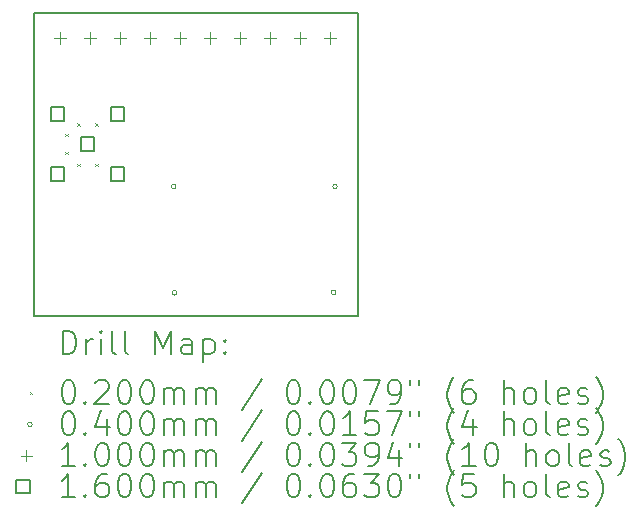
<source format=gbr>
%TF.GenerationSoftware,KiCad,Pcbnew,(6.0.10-0)*%
%TF.CreationDate,2023-02-01T12:15:06-08:00*%
%TF.ProjectId,DRF1268T,44524631-3236-4385-942e-6b696361645f,rev?*%
%TF.SameCoordinates,Original*%
%TF.FileFunction,Drillmap*%
%TF.FilePolarity,Positive*%
%FSLAX45Y45*%
G04 Gerber Fmt 4.5, Leading zero omitted, Abs format (unit mm)*
G04 Created by KiCad (PCBNEW (6.0.10-0)) date 2023-02-01 12:15:06*
%MOMM*%
%LPD*%
G01*
G04 APERTURE LIST*
%ADD10C,0.200000*%
%ADD11C,0.020000*%
%ADD12C,0.040000*%
%ADD13C,0.100000*%
%ADD14C,0.160000*%
G04 APERTURE END LIST*
D10*
X14274800Y-9626600D02*
X14274800Y-12192000D01*
X14274800Y-9626600D02*
X17018000Y-9626600D01*
X17018000Y-12192000D02*
X14274800Y-12192000D01*
X17018000Y-9626600D02*
X17018000Y-12192000D01*
D11*
X14544200Y-10645300D02*
X14564200Y-10665300D01*
X14564200Y-10645300D02*
X14544200Y-10665300D01*
X14544200Y-10797700D02*
X14564200Y-10817700D01*
X14564200Y-10797700D02*
X14544200Y-10817700D01*
X14645800Y-10556400D02*
X14665800Y-10576400D01*
X14665800Y-10556400D02*
X14645800Y-10576400D01*
X14645800Y-10899300D02*
X14665800Y-10919300D01*
X14665800Y-10899300D02*
X14645800Y-10919300D01*
X14798200Y-10556400D02*
X14818200Y-10576400D01*
X14818200Y-10556400D02*
X14798200Y-10576400D01*
X14798200Y-10899300D02*
X14818200Y-10919300D01*
X14818200Y-10899300D02*
X14798200Y-10919300D01*
D12*
X15480600Y-11091800D02*
G75*
G03*
X15480600Y-11091800I-20000J0D01*
G01*
X15488600Y-11991800D02*
G75*
G03*
X15488600Y-11991800I-20000J0D01*
G01*
X16834800Y-11988800D02*
G75*
G03*
X16834800Y-11988800I-20000J0D01*
G01*
X16847500Y-11091800D02*
G75*
G03*
X16847500Y-11091800I-20000J0D01*
G01*
D13*
X14500400Y-9782300D02*
X14500400Y-9882300D01*
X14450400Y-9832300D02*
X14550400Y-9832300D01*
X14754400Y-9782300D02*
X14754400Y-9882300D01*
X14704400Y-9832300D02*
X14804400Y-9832300D01*
X15008400Y-9782300D02*
X15008400Y-9882300D01*
X14958400Y-9832300D02*
X15058400Y-9832300D01*
X15262400Y-9782300D02*
X15262400Y-9882300D01*
X15212400Y-9832300D02*
X15312400Y-9832300D01*
X15516400Y-9782300D02*
X15516400Y-9882300D01*
X15466400Y-9832300D02*
X15566400Y-9832300D01*
X15770400Y-9782300D02*
X15770400Y-9882300D01*
X15720400Y-9832300D02*
X15820400Y-9832300D01*
X16024400Y-9782300D02*
X16024400Y-9882300D01*
X15974400Y-9832300D02*
X16074400Y-9832300D01*
X16278400Y-9782300D02*
X16278400Y-9882300D01*
X16228400Y-9832300D02*
X16328400Y-9832300D01*
X16532400Y-9782300D02*
X16532400Y-9882300D01*
X16482400Y-9832300D02*
X16582400Y-9832300D01*
X16786400Y-9782300D02*
X16786400Y-9882300D01*
X16736400Y-9832300D02*
X16836400Y-9832300D01*
D14*
X14534569Y-10534369D02*
X14534569Y-10421231D01*
X14421431Y-10421231D01*
X14421431Y-10534369D01*
X14534569Y-10534369D01*
X14534569Y-11042369D02*
X14534569Y-10929231D01*
X14421431Y-10929231D01*
X14421431Y-11042369D01*
X14534569Y-11042369D01*
X14788569Y-10788369D02*
X14788569Y-10675231D01*
X14675431Y-10675231D01*
X14675431Y-10788369D01*
X14788569Y-10788369D01*
X15042569Y-10534369D02*
X15042569Y-10421231D01*
X14929431Y-10421231D01*
X14929431Y-10534369D01*
X15042569Y-10534369D01*
X15042569Y-11042369D02*
X15042569Y-10929231D01*
X14929431Y-10929231D01*
X14929431Y-11042369D01*
X15042569Y-11042369D01*
D10*
X14522419Y-12512476D02*
X14522419Y-12312476D01*
X14570038Y-12312476D01*
X14598609Y-12322000D01*
X14617657Y-12341048D01*
X14627181Y-12360095D01*
X14636705Y-12398190D01*
X14636705Y-12426762D01*
X14627181Y-12464857D01*
X14617657Y-12483905D01*
X14598609Y-12502952D01*
X14570038Y-12512476D01*
X14522419Y-12512476D01*
X14722419Y-12512476D02*
X14722419Y-12379143D01*
X14722419Y-12417238D02*
X14731943Y-12398190D01*
X14741467Y-12388667D01*
X14760514Y-12379143D01*
X14779562Y-12379143D01*
X14846228Y-12512476D02*
X14846228Y-12379143D01*
X14846228Y-12312476D02*
X14836705Y-12322000D01*
X14846228Y-12331524D01*
X14855752Y-12322000D01*
X14846228Y-12312476D01*
X14846228Y-12331524D01*
X14970038Y-12512476D02*
X14950990Y-12502952D01*
X14941467Y-12483905D01*
X14941467Y-12312476D01*
X15074800Y-12512476D02*
X15055752Y-12502952D01*
X15046228Y-12483905D01*
X15046228Y-12312476D01*
X15303371Y-12512476D02*
X15303371Y-12312476D01*
X15370038Y-12455333D01*
X15436705Y-12312476D01*
X15436705Y-12512476D01*
X15617657Y-12512476D02*
X15617657Y-12407714D01*
X15608133Y-12388667D01*
X15589086Y-12379143D01*
X15550990Y-12379143D01*
X15531943Y-12388667D01*
X15617657Y-12502952D02*
X15598609Y-12512476D01*
X15550990Y-12512476D01*
X15531943Y-12502952D01*
X15522419Y-12483905D01*
X15522419Y-12464857D01*
X15531943Y-12445809D01*
X15550990Y-12436286D01*
X15598609Y-12436286D01*
X15617657Y-12426762D01*
X15712895Y-12379143D02*
X15712895Y-12579143D01*
X15712895Y-12388667D02*
X15731943Y-12379143D01*
X15770038Y-12379143D01*
X15789086Y-12388667D01*
X15798609Y-12398190D01*
X15808133Y-12417238D01*
X15808133Y-12474381D01*
X15798609Y-12493428D01*
X15789086Y-12502952D01*
X15770038Y-12512476D01*
X15731943Y-12512476D01*
X15712895Y-12502952D01*
X15893848Y-12493428D02*
X15903371Y-12502952D01*
X15893848Y-12512476D01*
X15884324Y-12502952D01*
X15893848Y-12493428D01*
X15893848Y-12512476D01*
X15893848Y-12388667D02*
X15903371Y-12398190D01*
X15893848Y-12407714D01*
X15884324Y-12398190D01*
X15893848Y-12388667D01*
X15893848Y-12407714D01*
D11*
X14244800Y-12832000D02*
X14264800Y-12852000D01*
X14264800Y-12832000D02*
X14244800Y-12852000D01*
D10*
X14560514Y-12732476D02*
X14579562Y-12732476D01*
X14598609Y-12742000D01*
X14608133Y-12751524D01*
X14617657Y-12770571D01*
X14627181Y-12808667D01*
X14627181Y-12856286D01*
X14617657Y-12894381D01*
X14608133Y-12913428D01*
X14598609Y-12922952D01*
X14579562Y-12932476D01*
X14560514Y-12932476D01*
X14541467Y-12922952D01*
X14531943Y-12913428D01*
X14522419Y-12894381D01*
X14512895Y-12856286D01*
X14512895Y-12808667D01*
X14522419Y-12770571D01*
X14531943Y-12751524D01*
X14541467Y-12742000D01*
X14560514Y-12732476D01*
X14712895Y-12913428D02*
X14722419Y-12922952D01*
X14712895Y-12932476D01*
X14703371Y-12922952D01*
X14712895Y-12913428D01*
X14712895Y-12932476D01*
X14798609Y-12751524D02*
X14808133Y-12742000D01*
X14827181Y-12732476D01*
X14874800Y-12732476D01*
X14893848Y-12742000D01*
X14903371Y-12751524D01*
X14912895Y-12770571D01*
X14912895Y-12789619D01*
X14903371Y-12818190D01*
X14789086Y-12932476D01*
X14912895Y-12932476D01*
X15036705Y-12732476D02*
X15055752Y-12732476D01*
X15074800Y-12742000D01*
X15084324Y-12751524D01*
X15093848Y-12770571D01*
X15103371Y-12808667D01*
X15103371Y-12856286D01*
X15093848Y-12894381D01*
X15084324Y-12913428D01*
X15074800Y-12922952D01*
X15055752Y-12932476D01*
X15036705Y-12932476D01*
X15017657Y-12922952D01*
X15008133Y-12913428D01*
X14998609Y-12894381D01*
X14989086Y-12856286D01*
X14989086Y-12808667D01*
X14998609Y-12770571D01*
X15008133Y-12751524D01*
X15017657Y-12742000D01*
X15036705Y-12732476D01*
X15227181Y-12732476D02*
X15246228Y-12732476D01*
X15265276Y-12742000D01*
X15274800Y-12751524D01*
X15284324Y-12770571D01*
X15293848Y-12808667D01*
X15293848Y-12856286D01*
X15284324Y-12894381D01*
X15274800Y-12913428D01*
X15265276Y-12922952D01*
X15246228Y-12932476D01*
X15227181Y-12932476D01*
X15208133Y-12922952D01*
X15198609Y-12913428D01*
X15189086Y-12894381D01*
X15179562Y-12856286D01*
X15179562Y-12808667D01*
X15189086Y-12770571D01*
X15198609Y-12751524D01*
X15208133Y-12742000D01*
X15227181Y-12732476D01*
X15379562Y-12932476D02*
X15379562Y-12799143D01*
X15379562Y-12818190D02*
X15389086Y-12808667D01*
X15408133Y-12799143D01*
X15436705Y-12799143D01*
X15455752Y-12808667D01*
X15465276Y-12827714D01*
X15465276Y-12932476D01*
X15465276Y-12827714D02*
X15474800Y-12808667D01*
X15493848Y-12799143D01*
X15522419Y-12799143D01*
X15541467Y-12808667D01*
X15550990Y-12827714D01*
X15550990Y-12932476D01*
X15646228Y-12932476D02*
X15646228Y-12799143D01*
X15646228Y-12818190D02*
X15655752Y-12808667D01*
X15674800Y-12799143D01*
X15703371Y-12799143D01*
X15722419Y-12808667D01*
X15731943Y-12827714D01*
X15731943Y-12932476D01*
X15731943Y-12827714D02*
X15741467Y-12808667D01*
X15760514Y-12799143D01*
X15789086Y-12799143D01*
X15808133Y-12808667D01*
X15817657Y-12827714D01*
X15817657Y-12932476D01*
X16208133Y-12722952D02*
X16036705Y-12980095D01*
X16465276Y-12732476D02*
X16484324Y-12732476D01*
X16503371Y-12742000D01*
X16512895Y-12751524D01*
X16522419Y-12770571D01*
X16531943Y-12808667D01*
X16531943Y-12856286D01*
X16522419Y-12894381D01*
X16512895Y-12913428D01*
X16503371Y-12922952D01*
X16484324Y-12932476D01*
X16465276Y-12932476D01*
X16446228Y-12922952D01*
X16436705Y-12913428D01*
X16427181Y-12894381D01*
X16417657Y-12856286D01*
X16417657Y-12808667D01*
X16427181Y-12770571D01*
X16436705Y-12751524D01*
X16446228Y-12742000D01*
X16465276Y-12732476D01*
X16617657Y-12913428D02*
X16627181Y-12922952D01*
X16617657Y-12932476D01*
X16608133Y-12922952D01*
X16617657Y-12913428D01*
X16617657Y-12932476D01*
X16750990Y-12732476D02*
X16770038Y-12732476D01*
X16789086Y-12742000D01*
X16798610Y-12751524D01*
X16808133Y-12770571D01*
X16817657Y-12808667D01*
X16817657Y-12856286D01*
X16808133Y-12894381D01*
X16798610Y-12913428D01*
X16789086Y-12922952D01*
X16770038Y-12932476D01*
X16750990Y-12932476D01*
X16731943Y-12922952D01*
X16722419Y-12913428D01*
X16712895Y-12894381D01*
X16703371Y-12856286D01*
X16703371Y-12808667D01*
X16712895Y-12770571D01*
X16722419Y-12751524D01*
X16731943Y-12742000D01*
X16750990Y-12732476D01*
X16941467Y-12732476D02*
X16960514Y-12732476D01*
X16979562Y-12742000D01*
X16989086Y-12751524D01*
X16998610Y-12770571D01*
X17008133Y-12808667D01*
X17008133Y-12856286D01*
X16998610Y-12894381D01*
X16989086Y-12913428D01*
X16979562Y-12922952D01*
X16960514Y-12932476D01*
X16941467Y-12932476D01*
X16922419Y-12922952D01*
X16912895Y-12913428D01*
X16903371Y-12894381D01*
X16893848Y-12856286D01*
X16893848Y-12808667D01*
X16903371Y-12770571D01*
X16912895Y-12751524D01*
X16922419Y-12742000D01*
X16941467Y-12732476D01*
X17074800Y-12732476D02*
X17208133Y-12732476D01*
X17122419Y-12932476D01*
X17293848Y-12932476D02*
X17331943Y-12932476D01*
X17350990Y-12922952D01*
X17360514Y-12913428D01*
X17379562Y-12884857D01*
X17389086Y-12846762D01*
X17389086Y-12770571D01*
X17379562Y-12751524D01*
X17370038Y-12742000D01*
X17350990Y-12732476D01*
X17312895Y-12732476D01*
X17293848Y-12742000D01*
X17284324Y-12751524D01*
X17274800Y-12770571D01*
X17274800Y-12818190D01*
X17284324Y-12837238D01*
X17293848Y-12846762D01*
X17312895Y-12856286D01*
X17350990Y-12856286D01*
X17370038Y-12846762D01*
X17379562Y-12837238D01*
X17389086Y-12818190D01*
X17465276Y-12732476D02*
X17465276Y-12770571D01*
X17541467Y-12732476D02*
X17541467Y-12770571D01*
X17836705Y-13008667D02*
X17827181Y-12999143D01*
X17808133Y-12970571D01*
X17798610Y-12951524D01*
X17789086Y-12922952D01*
X17779562Y-12875333D01*
X17779562Y-12837238D01*
X17789086Y-12789619D01*
X17798610Y-12761048D01*
X17808133Y-12742000D01*
X17827181Y-12713428D01*
X17836705Y-12703905D01*
X17998610Y-12732476D02*
X17960514Y-12732476D01*
X17941467Y-12742000D01*
X17931943Y-12751524D01*
X17912895Y-12780095D01*
X17903371Y-12818190D01*
X17903371Y-12894381D01*
X17912895Y-12913428D01*
X17922419Y-12922952D01*
X17941467Y-12932476D01*
X17979562Y-12932476D01*
X17998610Y-12922952D01*
X18008133Y-12913428D01*
X18017657Y-12894381D01*
X18017657Y-12846762D01*
X18008133Y-12827714D01*
X17998610Y-12818190D01*
X17979562Y-12808667D01*
X17941467Y-12808667D01*
X17922419Y-12818190D01*
X17912895Y-12827714D01*
X17903371Y-12846762D01*
X18255752Y-12932476D02*
X18255752Y-12732476D01*
X18341467Y-12932476D02*
X18341467Y-12827714D01*
X18331943Y-12808667D01*
X18312895Y-12799143D01*
X18284324Y-12799143D01*
X18265276Y-12808667D01*
X18255752Y-12818190D01*
X18465276Y-12932476D02*
X18446229Y-12922952D01*
X18436705Y-12913428D01*
X18427181Y-12894381D01*
X18427181Y-12837238D01*
X18436705Y-12818190D01*
X18446229Y-12808667D01*
X18465276Y-12799143D01*
X18493848Y-12799143D01*
X18512895Y-12808667D01*
X18522419Y-12818190D01*
X18531943Y-12837238D01*
X18531943Y-12894381D01*
X18522419Y-12913428D01*
X18512895Y-12922952D01*
X18493848Y-12932476D01*
X18465276Y-12932476D01*
X18646229Y-12932476D02*
X18627181Y-12922952D01*
X18617657Y-12903905D01*
X18617657Y-12732476D01*
X18798610Y-12922952D02*
X18779562Y-12932476D01*
X18741467Y-12932476D01*
X18722419Y-12922952D01*
X18712895Y-12903905D01*
X18712895Y-12827714D01*
X18722419Y-12808667D01*
X18741467Y-12799143D01*
X18779562Y-12799143D01*
X18798610Y-12808667D01*
X18808133Y-12827714D01*
X18808133Y-12846762D01*
X18712895Y-12865809D01*
X18884324Y-12922952D02*
X18903371Y-12932476D01*
X18941467Y-12932476D01*
X18960514Y-12922952D01*
X18970038Y-12903905D01*
X18970038Y-12894381D01*
X18960514Y-12875333D01*
X18941467Y-12865809D01*
X18912895Y-12865809D01*
X18893848Y-12856286D01*
X18884324Y-12837238D01*
X18884324Y-12827714D01*
X18893848Y-12808667D01*
X18912895Y-12799143D01*
X18941467Y-12799143D01*
X18960514Y-12808667D01*
X19036705Y-13008667D02*
X19046229Y-12999143D01*
X19065276Y-12970571D01*
X19074800Y-12951524D01*
X19084324Y-12922952D01*
X19093848Y-12875333D01*
X19093848Y-12837238D01*
X19084324Y-12789619D01*
X19074800Y-12761048D01*
X19065276Y-12742000D01*
X19046229Y-12713428D01*
X19036705Y-12703905D01*
D12*
X14264800Y-13106000D02*
G75*
G03*
X14264800Y-13106000I-20000J0D01*
G01*
D10*
X14560514Y-12996476D02*
X14579562Y-12996476D01*
X14598609Y-13006000D01*
X14608133Y-13015524D01*
X14617657Y-13034571D01*
X14627181Y-13072667D01*
X14627181Y-13120286D01*
X14617657Y-13158381D01*
X14608133Y-13177428D01*
X14598609Y-13186952D01*
X14579562Y-13196476D01*
X14560514Y-13196476D01*
X14541467Y-13186952D01*
X14531943Y-13177428D01*
X14522419Y-13158381D01*
X14512895Y-13120286D01*
X14512895Y-13072667D01*
X14522419Y-13034571D01*
X14531943Y-13015524D01*
X14541467Y-13006000D01*
X14560514Y-12996476D01*
X14712895Y-13177428D02*
X14722419Y-13186952D01*
X14712895Y-13196476D01*
X14703371Y-13186952D01*
X14712895Y-13177428D01*
X14712895Y-13196476D01*
X14893848Y-13063143D02*
X14893848Y-13196476D01*
X14846228Y-12986952D02*
X14798609Y-13129809D01*
X14922419Y-13129809D01*
X15036705Y-12996476D02*
X15055752Y-12996476D01*
X15074800Y-13006000D01*
X15084324Y-13015524D01*
X15093848Y-13034571D01*
X15103371Y-13072667D01*
X15103371Y-13120286D01*
X15093848Y-13158381D01*
X15084324Y-13177428D01*
X15074800Y-13186952D01*
X15055752Y-13196476D01*
X15036705Y-13196476D01*
X15017657Y-13186952D01*
X15008133Y-13177428D01*
X14998609Y-13158381D01*
X14989086Y-13120286D01*
X14989086Y-13072667D01*
X14998609Y-13034571D01*
X15008133Y-13015524D01*
X15017657Y-13006000D01*
X15036705Y-12996476D01*
X15227181Y-12996476D02*
X15246228Y-12996476D01*
X15265276Y-13006000D01*
X15274800Y-13015524D01*
X15284324Y-13034571D01*
X15293848Y-13072667D01*
X15293848Y-13120286D01*
X15284324Y-13158381D01*
X15274800Y-13177428D01*
X15265276Y-13186952D01*
X15246228Y-13196476D01*
X15227181Y-13196476D01*
X15208133Y-13186952D01*
X15198609Y-13177428D01*
X15189086Y-13158381D01*
X15179562Y-13120286D01*
X15179562Y-13072667D01*
X15189086Y-13034571D01*
X15198609Y-13015524D01*
X15208133Y-13006000D01*
X15227181Y-12996476D01*
X15379562Y-13196476D02*
X15379562Y-13063143D01*
X15379562Y-13082190D02*
X15389086Y-13072667D01*
X15408133Y-13063143D01*
X15436705Y-13063143D01*
X15455752Y-13072667D01*
X15465276Y-13091714D01*
X15465276Y-13196476D01*
X15465276Y-13091714D02*
X15474800Y-13072667D01*
X15493848Y-13063143D01*
X15522419Y-13063143D01*
X15541467Y-13072667D01*
X15550990Y-13091714D01*
X15550990Y-13196476D01*
X15646228Y-13196476D02*
X15646228Y-13063143D01*
X15646228Y-13082190D02*
X15655752Y-13072667D01*
X15674800Y-13063143D01*
X15703371Y-13063143D01*
X15722419Y-13072667D01*
X15731943Y-13091714D01*
X15731943Y-13196476D01*
X15731943Y-13091714D02*
X15741467Y-13072667D01*
X15760514Y-13063143D01*
X15789086Y-13063143D01*
X15808133Y-13072667D01*
X15817657Y-13091714D01*
X15817657Y-13196476D01*
X16208133Y-12986952D02*
X16036705Y-13244095D01*
X16465276Y-12996476D02*
X16484324Y-12996476D01*
X16503371Y-13006000D01*
X16512895Y-13015524D01*
X16522419Y-13034571D01*
X16531943Y-13072667D01*
X16531943Y-13120286D01*
X16522419Y-13158381D01*
X16512895Y-13177428D01*
X16503371Y-13186952D01*
X16484324Y-13196476D01*
X16465276Y-13196476D01*
X16446228Y-13186952D01*
X16436705Y-13177428D01*
X16427181Y-13158381D01*
X16417657Y-13120286D01*
X16417657Y-13072667D01*
X16427181Y-13034571D01*
X16436705Y-13015524D01*
X16446228Y-13006000D01*
X16465276Y-12996476D01*
X16617657Y-13177428D02*
X16627181Y-13186952D01*
X16617657Y-13196476D01*
X16608133Y-13186952D01*
X16617657Y-13177428D01*
X16617657Y-13196476D01*
X16750990Y-12996476D02*
X16770038Y-12996476D01*
X16789086Y-13006000D01*
X16798610Y-13015524D01*
X16808133Y-13034571D01*
X16817657Y-13072667D01*
X16817657Y-13120286D01*
X16808133Y-13158381D01*
X16798610Y-13177428D01*
X16789086Y-13186952D01*
X16770038Y-13196476D01*
X16750990Y-13196476D01*
X16731943Y-13186952D01*
X16722419Y-13177428D01*
X16712895Y-13158381D01*
X16703371Y-13120286D01*
X16703371Y-13072667D01*
X16712895Y-13034571D01*
X16722419Y-13015524D01*
X16731943Y-13006000D01*
X16750990Y-12996476D01*
X17008133Y-13196476D02*
X16893848Y-13196476D01*
X16950990Y-13196476D02*
X16950990Y-12996476D01*
X16931943Y-13025048D01*
X16912895Y-13044095D01*
X16893848Y-13053619D01*
X17189086Y-12996476D02*
X17093848Y-12996476D01*
X17084324Y-13091714D01*
X17093848Y-13082190D01*
X17112895Y-13072667D01*
X17160514Y-13072667D01*
X17179562Y-13082190D01*
X17189086Y-13091714D01*
X17198610Y-13110762D01*
X17198610Y-13158381D01*
X17189086Y-13177428D01*
X17179562Y-13186952D01*
X17160514Y-13196476D01*
X17112895Y-13196476D01*
X17093848Y-13186952D01*
X17084324Y-13177428D01*
X17265276Y-12996476D02*
X17398610Y-12996476D01*
X17312895Y-13196476D01*
X17465276Y-12996476D02*
X17465276Y-13034571D01*
X17541467Y-12996476D02*
X17541467Y-13034571D01*
X17836705Y-13272667D02*
X17827181Y-13263143D01*
X17808133Y-13234571D01*
X17798610Y-13215524D01*
X17789086Y-13186952D01*
X17779562Y-13139333D01*
X17779562Y-13101238D01*
X17789086Y-13053619D01*
X17798610Y-13025048D01*
X17808133Y-13006000D01*
X17827181Y-12977428D01*
X17836705Y-12967905D01*
X17998610Y-13063143D02*
X17998610Y-13196476D01*
X17950990Y-12986952D02*
X17903371Y-13129809D01*
X18027181Y-13129809D01*
X18255752Y-13196476D02*
X18255752Y-12996476D01*
X18341467Y-13196476D02*
X18341467Y-13091714D01*
X18331943Y-13072667D01*
X18312895Y-13063143D01*
X18284324Y-13063143D01*
X18265276Y-13072667D01*
X18255752Y-13082190D01*
X18465276Y-13196476D02*
X18446229Y-13186952D01*
X18436705Y-13177428D01*
X18427181Y-13158381D01*
X18427181Y-13101238D01*
X18436705Y-13082190D01*
X18446229Y-13072667D01*
X18465276Y-13063143D01*
X18493848Y-13063143D01*
X18512895Y-13072667D01*
X18522419Y-13082190D01*
X18531943Y-13101238D01*
X18531943Y-13158381D01*
X18522419Y-13177428D01*
X18512895Y-13186952D01*
X18493848Y-13196476D01*
X18465276Y-13196476D01*
X18646229Y-13196476D02*
X18627181Y-13186952D01*
X18617657Y-13167905D01*
X18617657Y-12996476D01*
X18798610Y-13186952D02*
X18779562Y-13196476D01*
X18741467Y-13196476D01*
X18722419Y-13186952D01*
X18712895Y-13167905D01*
X18712895Y-13091714D01*
X18722419Y-13072667D01*
X18741467Y-13063143D01*
X18779562Y-13063143D01*
X18798610Y-13072667D01*
X18808133Y-13091714D01*
X18808133Y-13110762D01*
X18712895Y-13129809D01*
X18884324Y-13186952D02*
X18903371Y-13196476D01*
X18941467Y-13196476D01*
X18960514Y-13186952D01*
X18970038Y-13167905D01*
X18970038Y-13158381D01*
X18960514Y-13139333D01*
X18941467Y-13129809D01*
X18912895Y-13129809D01*
X18893848Y-13120286D01*
X18884324Y-13101238D01*
X18884324Y-13091714D01*
X18893848Y-13072667D01*
X18912895Y-13063143D01*
X18941467Y-13063143D01*
X18960514Y-13072667D01*
X19036705Y-13272667D02*
X19046229Y-13263143D01*
X19065276Y-13234571D01*
X19074800Y-13215524D01*
X19084324Y-13186952D01*
X19093848Y-13139333D01*
X19093848Y-13101238D01*
X19084324Y-13053619D01*
X19074800Y-13025048D01*
X19065276Y-13006000D01*
X19046229Y-12977428D01*
X19036705Y-12967905D01*
D13*
X14214800Y-13320000D02*
X14214800Y-13420000D01*
X14164800Y-13370000D02*
X14264800Y-13370000D01*
D10*
X14627181Y-13460476D02*
X14512895Y-13460476D01*
X14570038Y-13460476D02*
X14570038Y-13260476D01*
X14550990Y-13289048D01*
X14531943Y-13308095D01*
X14512895Y-13317619D01*
X14712895Y-13441428D02*
X14722419Y-13450952D01*
X14712895Y-13460476D01*
X14703371Y-13450952D01*
X14712895Y-13441428D01*
X14712895Y-13460476D01*
X14846228Y-13260476D02*
X14865276Y-13260476D01*
X14884324Y-13270000D01*
X14893848Y-13279524D01*
X14903371Y-13298571D01*
X14912895Y-13336667D01*
X14912895Y-13384286D01*
X14903371Y-13422381D01*
X14893848Y-13441428D01*
X14884324Y-13450952D01*
X14865276Y-13460476D01*
X14846228Y-13460476D01*
X14827181Y-13450952D01*
X14817657Y-13441428D01*
X14808133Y-13422381D01*
X14798609Y-13384286D01*
X14798609Y-13336667D01*
X14808133Y-13298571D01*
X14817657Y-13279524D01*
X14827181Y-13270000D01*
X14846228Y-13260476D01*
X15036705Y-13260476D02*
X15055752Y-13260476D01*
X15074800Y-13270000D01*
X15084324Y-13279524D01*
X15093848Y-13298571D01*
X15103371Y-13336667D01*
X15103371Y-13384286D01*
X15093848Y-13422381D01*
X15084324Y-13441428D01*
X15074800Y-13450952D01*
X15055752Y-13460476D01*
X15036705Y-13460476D01*
X15017657Y-13450952D01*
X15008133Y-13441428D01*
X14998609Y-13422381D01*
X14989086Y-13384286D01*
X14989086Y-13336667D01*
X14998609Y-13298571D01*
X15008133Y-13279524D01*
X15017657Y-13270000D01*
X15036705Y-13260476D01*
X15227181Y-13260476D02*
X15246228Y-13260476D01*
X15265276Y-13270000D01*
X15274800Y-13279524D01*
X15284324Y-13298571D01*
X15293848Y-13336667D01*
X15293848Y-13384286D01*
X15284324Y-13422381D01*
X15274800Y-13441428D01*
X15265276Y-13450952D01*
X15246228Y-13460476D01*
X15227181Y-13460476D01*
X15208133Y-13450952D01*
X15198609Y-13441428D01*
X15189086Y-13422381D01*
X15179562Y-13384286D01*
X15179562Y-13336667D01*
X15189086Y-13298571D01*
X15198609Y-13279524D01*
X15208133Y-13270000D01*
X15227181Y-13260476D01*
X15379562Y-13460476D02*
X15379562Y-13327143D01*
X15379562Y-13346190D02*
X15389086Y-13336667D01*
X15408133Y-13327143D01*
X15436705Y-13327143D01*
X15455752Y-13336667D01*
X15465276Y-13355714D01*
X15465276Y-13460476D01*
X15465276Y-13355714D02*
X15474800Y-13336667D01*
X15493848Y-13327143D01*
X15522419Y-13327143D01*
X15541467Y-13336667D01*
X15550990Y-13355714D01*
X15550990Y-13460476D01*
X15646228Y-13460476D02*
X15646228Y-13327143D01*
X15646228Y-13346190D02*
X15655752Y-13336667D01*
X15674800Y-13327143D01*
X15703371Y-13327143D01*
X15722419Y-13336667D01*
X15731943Y-13355714D01*
X15731943Y-13460476D01*
X15731943Y-13355714D02*
X15741467Y-13336667D01*
X15760514Y-13327143D01*
X15789086Y-13327143D01*
X15808133Y-13336667D01*
X15817657Y-13355714D01*
X15817657Y-13460476D01*
X16208133Y-13250952D02*
X16036705Y-13508095D01*
X16465276Y-13260476D02*
X16484324Y-13260476D01*
X16503371Y-13270000D01*
X16512895Y-13279524D01*
X16522419Y-13298571D01*
X16531943Y-13336667D01*
X16531943Y-13384286D01*
X16522419Y-13422381D01*
X16512895Y-13441428D01*
X16503371Y-13450952D01*
X16484324Y-13460476D01*
X16465276Y-13460476D01*
X16446228Y-13450952D01*
X16436705Y-13441428D01*
X16427181Y-13422381D01*
X16417657Y-13384286D01*
X16417657Y-13336667D01*
X16427181Y-13298571D01*
X16436705Y-13279524D01*
X16446228Y-13270000D01*
X16465276Y-13260476D01*
X16617657Y-13441428D02*
X16627181Y-13450952D01*
X16617657Y-13460476D01*
X16608133Y-13450952D01*
X16617657Y-13441428D01*
X16617657Y-13460476D01*
X16750990Y-13260476D02*
X16770038Y-13260476D01*
X16789086Y-13270000D01*
X16798610Y-13279524D01*
X16808133Y-13298571D01*
X16817657Y-13336667D01*
X16817657Y-13384286D01*
X16808133Y-13422381D01*
X16798610Y-13441428D01*
X16789086Y-13450952D01*
X16770038Y-13460476D01*
X16750990Y-13460476D01*
X16731943Y-13450952D01*
X16722419Y-13441428D01*
X16712895Y-13422381D01*
X16703371Y-13384286D01*
X16703371Y-13336667D01*
X16712895Y-13298571D01*
X16722419Y-13279524D01*
X16731943Y-13270000D01*
X16750990Y-13260476D01*
X16884324Y-13260476D02*
X17008133Y-13260476D01*
X16941467Y-13336667D01*
X16970038Y-13336667D01*
X16989086Y-13346190D01*
X16998610Y-13355714D01*
X17008133Y-13374762D01*
X17008133Y-13422381D01*
X16998610Y-13441428D01*
X16989086Y-13450952D01*
X16970038Y-13460476D01*
X16912895Y-13460476D01*
X16893848Y-13450952D01*
X16884324Y-13441428D01*
X17103371Y-13460476D02*
X17141467Y-13460476D01*
X17160514Y-13450952D01*
X17170038Y-13441428D01*
X17189086Y-13412857D01*
X17198610Y-13374762D01*
X17198610Y-13298571D01*
X17189086Y-13279524D01*
X17179562Y-13270000D01*
X17160514Y-13260476D01*
X17122419Y-13260476D01*
X17103371Y-13270000D01*
X17093848Y-13279524D01*
X17084324Y-13298571D01*
X17084324Y-13346190D01*
X17093848Y-13365238D01*
X17103371Y-13374762D01*
X17122419Y-13384286D01*
X17160514Y-13384286D01*
X17179562Y-13374762D01*
X17189086Y-13365238D01*
X17198610Y-13346190D01*
X17370038Y-13327143D02*
X17370038Y-13460476D01*
X17322419Y-13250952D02*
X17274800Y-13393809D01*
X17398610Y-13393809D01*
X17465276Y-13260476D02*
X17465276Y-13298571D01*
X17541467Y-13260476D02*
X17541467Y-13298571D01*
X17836705Y-13536667D02*
X17827181Y-13527143D01*
X17808133Y-13498571D01*
X17798610Y-13479524D01*
X17789086Y-13450952D01*
X17779562Y-13403333D01*
X17779562Y-13365238D01*
X17789086Y-13317619D01*
X17798610Y-13289048D01*
X17808133Y-13270000D01*
X17827181Y-13241428D01*
X17836705Y-13231905D01*
X18017657Y-13460476D02*
X17903371Y-13460476D01*
X17960514Y-13460476D02*
X17960514Y-13260476D01*
X17941467Y-13289048D01*
X17922419Y-13308095D01*
X17903371Y-13317619D01*
X18141467Y-13260476D02*
X18160514Y-13260476D01*
X18179562Y-13270000D01*
X18189086Y-13279524D01*
X18198610Y-13298571D01*
X18208133Y-13336667D01*
X18208133Y-13384286D01*
X18198610Y-13422381D01*
X18189086Y-13441428D01*
X18179562Y-13450952D01*
X18160514Y-13460476D01*
X18141467Y-13460476D01*
X18122419Y-13450952D01*
X18112895Y-13441428D01*
X18103371Y-13422381D01*
X18093848Y-13384286D01*
X18093848Y-13336667D01*
X18103371Y-13298571D01*
X18112895Y-13279524D01*
X18122419Y-13270000D01*
X18141467Y-13260476D01*
X18446229Y-13460476D02*
X18446229Y-13260476D01*
X18531943Y-13460476D02*
X18531943Y-13355714D01*
X18522419Y-13336667D01*
X18503371Y-13327143D01*
X18474800Y-13327143D01*
X18455752Y-13336667D01*
X18446229Y-13346190D01*
X18655752Y-13460476D02*
X18636705Y-13450952D01*
X18627181Y-13441428D01*
X18617657Y-13422381D01*
X18617657Y-13365238D01*
X18627181Y-13346190D01*
X18636705Y-13336667D01*
X18655752Y-13327143D01*
X18684324Y-13327143D01*
X18703371Y-13336667D01*
X18712895Y-13346190D01*
X18722419Y-13365238D01*
X18722419Y-13422381D01*
X18712895Y-13441428D01*
X18703371Y-13450952D01*
X18684324Y-13460476D01*
X18655752Y-13460476D01*
X18836705Y-13460476D02*
X18817657Y-13450952D01*
X18808133Y-13431905D01*
X18808133Y-13260476D01*
X18989086Y-13450952D02*
X18970038Y-13460476D01*
X18931943Y-13460476D01*
X18912895Y-13450952D01*
X18903371Y-13431905D01*
X18903371Y-13355714D01*
X18912895Y-13336667D01*
X18931943Y-13327143D01*
X18970038Y-13327143D01*
X18989086Y-13336667D01*
X18998610Y-13355714D01*
X18998610Y-13374762D01*
X18903371Y-13393809D01*
X19074800Y-13450952D02*
X19093848Y-13460476D01*
X19131943Y-13460476D01*
X19150990Y-13450952D01*
X19160514Y-13431905D01*
X19160514Y-13422381D01*
X19150990Y-13403333D01*
X19131943Y-13393809D01*
X19103371Y-13393809D01*
X19084324Y-13384286D01*
X19074800Y-13365238D01*
X19074800Y-13355714D01*
X19084324Y-13336667D01*
X19103371Y-13327143D01*
X19131943Y-13327143D01*
X19150990Y-13336667D01*
X19227181Y-13536667D02*
X19236705Y-13527143D01*
X19255752Y-13498571D01*
X19265276Y-13479524D01*
X19274800Y-13450952D01*
X19284324Y-13403333D01*
X19284324Y-13365238D01*
X19274800Y-13317619D01*
X19265276Y-13289048D01*
X19255752Y-13270000D01*
X19236705Y-13241428D01*
X19227181Y-13231905D01*
D14*
X14241369Y-13690569D02*
X14241369Y-13577431D01*
X14128231Y-13577431D01*
X14128231Y-13690569D01*
X14241369Y-13690569D01*
D10*
X14627181Y-13724476D02*
X14512895Y-13724476D01*
X14570038Y-13724476D02*
X14570038Y-13524476D01*
X14550990Y-13553048D01*
X14531943Y-13572095D01*
X14512895Y-13581619D01*
X14712895Y-13705428D02*
X14722419Y-13714952D01*
X14712895Y-13724476D01*
X14703371Y-13714952D01*
X14712895Y-13705428D01*
X14712895Y-13724476D01*
X14893848Y-13524476D02*
X14855752Y-13524476D01*
X14836705Y-13534000D01*
X14827181Y-13543524D01*
X14808133Y-13572095D01*
X14798609Y-13610190D01*
X14798609Y-13686381D01*
X14808133Y-13705428D01*
X14817657Y-13714952D01*
X14836705Y-13724476D01*
X14874800Y-13724476D01*
X14893848Y-13714952D01*
X14903371Y-13705428D01*
X14912895Y-13686381D01*
X14912895Y-13638762D01*
X14903371Y-13619714D01*
X14893848Y-13610190D01*
X14874800Y-13600667D01*
X14836705Y-13600667D01*
X14817657Y-13610190D01*
X14808133Y-13619714D01*
X14798609Y-13638762D01*
X15036705Y-13524476D02*
X15055752Y-13524476D01*
X15074800Y-13534000D01*
X15084324Y-13543524D01*
X15093848Y-13562571D01*
X15103371Y-13600667D01*
X15103371Y-13648286D01*
X15093848Y-13686381D01*
X15084324Y-13705428D01*
X15074800Y-13714952D01*
X15055752Y-13724476D01*
X15036705Y-13724476D01*
X15017657Y-13714952D01*
X15008133Y-13705428D01*
X14998609Y-13686381D01*
X14989086Y-13648286D01*
X14989086Y-13600667D01*
X14998609Y-13562571D01*
X15008133Y-13543524D01*
X15017657Y-13534000D01*
X15036705Y-13524476D01*
X15227181Y-13524476D02*
X15246228Y-13524476D01*
X15265276Y-13534000D01*
X15274800Y-13543524D01*
X15284324Y-13562571D01*
X15293848Y-13600667D01*
X15293848Y-13648286D01*
X15284324Y-13686381D01*
X15274800Y-13705428D01*
X15265276Y-13714952D01*
X15246228Y-13724476D01*
X15227181Y-13724476D01*
X15208133Y-13714952D01*
X15198609Y-13705428D01*
X15189086Y-13686381D01*
X15179562Y-13648286D01*
X15179562Y-13600667D01*
X15189086Y-13562571D01*
X15198609Y-13543524D01*
X15208133Y-13534000D01*
X15227181Y-13524476D01*
X15379562Y-13724476D02*
X15379562Y-13591143D01*
X15379562Y-13610190D02*
X15389086Y-13600667D01*
X15408133Y-13591143D01*
X15436705Y-13591143D01*
X15455752Y-13600667D01*
X15465276Y-13619714D01*
X15465276Y-13724476D01*
X15465276Y-13619714D02*
X15474800Y-13600667D01*
X15493848Y-13591143D01*
X15522419Y-13591143D01*
X15541467Y-13600667D01*
X15550990Y-13619714D01*
X15550990Y-13724476D01*
X15646228Y-13724476D02*
X15646228Y-13591143D01*
X15646228Y-13610190D02*
X15655752Y-13600667D01*
X15674800Y-13591143D01*
X15703371Y-13591143D01*
X15722419Y-13600667D01*
X15731943Y-13619714D01*
X15731943Y-13724476D01*
X15731943Y-13619714D02*
X15741467Y-13600667D01*
X15760514Y-13591143D01*
X15789086Y-13591143D01*
X15808133Y-13600667D01*
X15817657Y-13619714D01*
X15817657Y-13724476D01*
X16208133Y-13514952D02*
X16036705Y-13772095D01*
X16465276Y-13524476D02*
X16484324Y-13524476D01*
X16503371Y-13534000D01*
X16512895Y-13543524D01*
X16522419Y-13562571D01*
X16531943Y-13600667D01*
X16531943Y-13648286D01*
X16522419Y-13686381D01*
X16512895Y-13705428D01*
X16503371Y-13714952D01*
X16484324Y-13724476D01*
X16465276Y-13724476D01*
X16446228Y-13714952D01*
X16436705Y-13705428D01*
X16427181Y-13686381D01*
X16417657Y-13648286D01*
X16417657Y-13600667D01*
X16427181Y-13562571D01*
X16436705Y-13543524D01*
X16446228Y-13534000D01*
X16465276Y-13524476D01*
X16617657Y-13705428D02*
X16627181Y-13714952D01*
X16617657Y-13724476D01*
X16608133Y-13714952D01*
X16617657Y-13705428D01*
X16617657Y-13724476D01*
X16750990Y-13524476D02*
X16770038Y-13524476D01*
X16789086Y-13534000D01*
X16798610Y-13543524D01*
X16808133Y-13562571D01*
X16817657Y-13600667D01*
X16817657Y-13648286D01*
X16808133Y-13686381D01*
X16798610Y-13705428D01*
X16789086Y-13714952D01*
X16770038Y-13724476D01*
X16750990Y-13724476D01*
X16731943Y-13714952D01*
X16722419Y-13705428D01*
X16712895Y-13686381D01*
X16703371Y-13648286D01*
X16703371Y-13600667D01*
X16712895Y-13562571D01*
X16722419Y-13543524D01*
X16731943Y-13534000D01*
X16750990Y-13524476D01*
X16989086Y-13524476D02*
X16950990Y-13524476D01*
X16931943Y-13534000D01*
X16922419Y-13543524D01*
X16903371Y-13572095D01*
X16893848Y-13610190D01*
X16893848Y-13686381D01*
X16903371Y-13705428D01*
X16912895Y-13714952D01*
X16931943Y-13724476D01*
X16970038Y-13724476D01*
X16989086Y-13714952D01*
X16998610Y-13705428D01*
X17008133Y-13686381D01*
X17008133Y-13638762D01*
X16998610Y-13619714D01*
X16989086Y-13610190D01*
X16970038Y-13600667D01*
X16931943Y-13600667D01*
X16912895Y-13610190D01*
X16903371Y-13619714D01*
X16893848Y-13638762D01*
X17074800Y-13524476D02*
X17198610Y-13524476D01*
X17131943Y-13600667D01*
X17160514Y-13600667D01*
X17179562Y-13610190D01*
X17189086Y-13619714D01*
X17198610Y-13638762D01*
X17198610Y-13686381D01*
X17189086Y-13705428D01*
X17179562Y-13714952D01*
X17160514Y-13724476D01*
X17103371Y-13724476D01*
X17084324Y-13714952D01*
X17074800Y-13705428D01*
X17322419Y-13524476D02*
X17341467Y-13524476D01*
X17360514Y-13534000D01*
X17370038Y-13543524D01*
X17379562Y-13562571D01*
X17389086Y-13600667D01*
X17389086Y-13648286D01*
X17379562Y-13686381D01*
X17370038Y-13705428D01*
X17360514Y-13714952D01*
X17341467Y-13724476D01*
X17322419Y-13724476D01*
X17303371Y-13714952D01*
X17293848Y-13705428D01*
X17284324Y-13686381D01*
X17274800Y-13648286D01*
X17274800Y-13600667D01*
X17284324Y-13562571D01*
X17293848Y-13543524D01*
X17303371Y-13534000D01*
X17322419Y-13524476D01*
X17465276Y-13524476D02*
X17465276Y-13562571D01*
X17541467Y-13524476D02*
X17541467Y-13562571D01*
X17836705Y-13800667D02*
X17827181Y-13791143D01*
X17808133Y-13762571D01*
X17798610Y-13743524D01*
X17789086Y-13714952D01*
X17779562Y-13667333D01*
X17779562Y-13629238D01*
X17789086Y-13581619D01*
X17798610Y-13553048D01*
X17808133Y-13534000D01*
X17827181Y-13505428D01*
X17836705Y-13495905D01*
X18008133Y-13524476D02*
X17912895Y-13524476D01*
X17903371Y-13619714D01*
X17912895Y-13610190D01*
X17931943Y-13600667D01*
X17979562Y-13600667D01*
X17998610Y-13610190D01*
X18008133Y-13619714D01*
X18017657Y-13638762D01*
X18017657Y-13686381D01*
X18008133Y-13705428D01*
X17998610Y-13714952D01*
X17979562Y-13724476D01*
X17931943Y-13724476D01*
X17912895Y-13714952D01*
X17903371Y-13705428D01*
X18255752Y-13724476D02*
X18255752Y-13524476D01*
X18341467Y-13724476D02*
X18341467Y-13619714D01*
X18331943Y-13600667D01*
X18312895Y-13591143D01*
X18284324Y-13591143D01*
X18265276Y-13600667D01*
X18255752Y-13610190D01*
X18465276Y-13724476D02*
X18446229Y-13714952D01*
X18436705Y-13705428D01*
X18427181Y-13686381D01*
X18427181Y-13629238D01*
X18436705Y-13610190D01*
X18446229Y-13600667D01*
X18465276Y-13591143D01*
X18493848Y-13591143D01*
X18512895Y-13600667D01*
X18522419Y-13610190D01*
X18531943Y-13629238D01*
X18531943Y-13686381D01*
X18522419Y-13705428D01*
X18512895Y-13714952D01*
X18493848Y-13724476D01*
X18465276Y-13724476D01*
X18646229Y-13724476D02*
X18627181Y-13714952D01*
X18617657Y-13695905D01*
X18617657Y-13524476D01*
X18798610Y-13714952D02*
X18779562Y-13724476D01*
X18741467Y-13724476D01*
X18722419Y-13714952D01*
X18712895Y-13695905D01*
X18712895Y-13619714D01*
X18722419Y-13600667D01*
X18741467Y-13591143D01*
X18779562Y-13591143D01*
X18798610Y-13600667D01*
X18808133Y-13619714D01*
X18808133Y-13638762D01*
X18712895Y-13657809D01*
X18884324Y-13714952D02*
X18903371Y-13724476D01*
X18941467Y-13724476D01*
X18960514Y-13714952D01*
X18970038Y-13695905D01*
X18970038Y-13686381D01*
X18960514Y-13667333D01*
X18941467Y-13657809D01*
X18912895Y-13657809D01*
X18893848Y-13648286D01*
X18884324Y-13629238D01*
X18884324Y-13619714D01*
X18893848Y-13600667D01*
X18912895Y-13591143D01*
X18941467Y-13591143D01*
X18960514Y-13600667D01*
X19036705Y-13800667D02*
X19046229Y-13791143D01*
X19065276Y-13762571D01*
X19074800Y-13743524D01*
X19084324Y-13714952D01*
X19093848Y-13667333D01*
X19093848Y-13629238D01*
X19084324Y-13581619D01*
X19074800Y-13553048D01*
X19065276Y-13534000D01*
X19046229Y-13505428D01*
X19036705Y-13495905D01*
M02*

</source>
